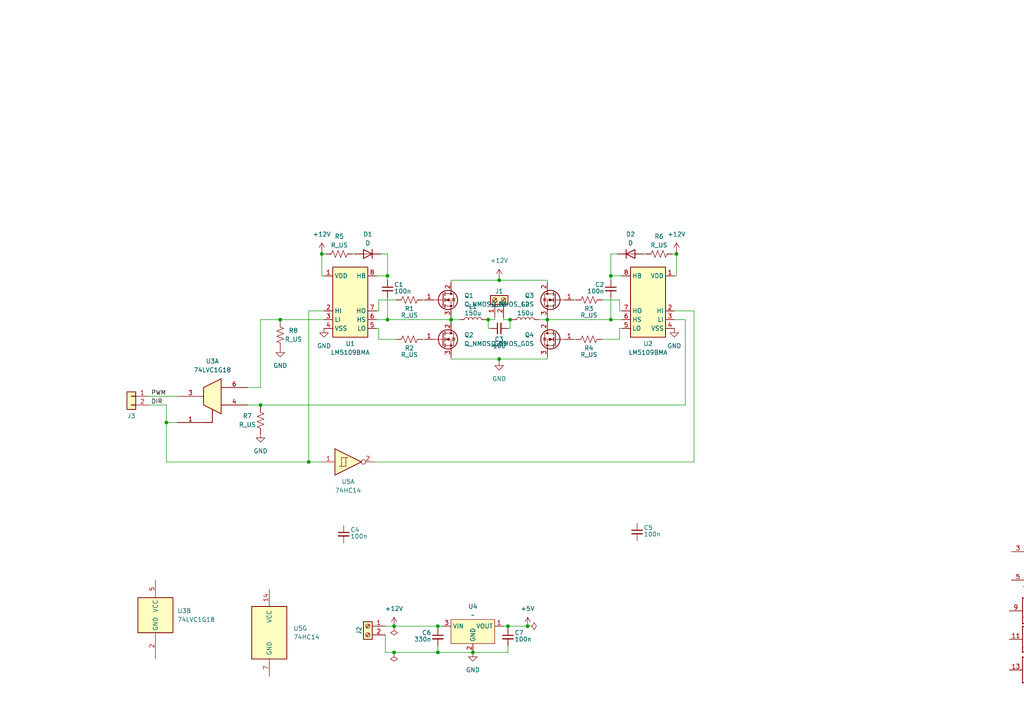
<source format=kicad_sch>
(kicad_sch (version 20231120) (generator "eeschema") (generator_version "8.0")
  (paper "A4")
  (lib_symbols
    (symbol "1_CUSTOM:UA78L05ACPK"
      (property "Reference" "U" (at 0 3.175 0))
      (symbol "UA78L05ACPK_1_1"
        (rectangle (start -6.35 1.905) (end 6.35 -5.08) (fill (type background)))
        (pin output line (at 8.89 0 180) (length 2.54) (name "VOUT") (number "1"))
        (pin input line (at 0 -7.62 90) (length 2.54) (name "GND") (number "2"))
        (pin input line (at -8.89 0 0) (length 2.54) (name "VIN") (number "3"))
      )
    )
    (symbol "74xGxx:74LVC1G18"
      (property "Reference" "U" (at 6.35 7.62 0))
      (property "Value" "74LVC1G18" (at 7.62 -7.62 0))
      (symbol "74LVC1G18_1_1"
        (polyline (pts (xy -2.54 -7.62) (xy 0 -7.62) (xy 0 -3.81)) (stroke (width 0.254)))
        (polyline (pts (xy -2.54 2.54) (xy -2.54 -2.54) (xy 2.54 -5.08) (xy 2.54 -1.27) (xy 2.54 0) (xy 2.54 1.27) (xy 2.54 5.08) (xy -2.54 2.54)) (stroke (width 0.254)) (fill (type background)))
        (pin input line (at -10.16 -7.62 0) (length 7.62) (name "~") (number "1"))
        (pin input line (at -10.16 0 0) (length 7.62) (name "~") (number "3"))
        (pin tri_state line (at 10.16 -2.54 180) (length 7.62) (name "~") (number "4"))
        (pin tri_state line (at 10.16 2.54 180) (length 7.62) (name "~") (number "6"))
      )
      (symbol "74LVC1G18_2_1"
        (rectangle (start -5.08 5.08) (end 5.08 -5.08) (stroke (width 0.254)) (fill (type background)))
        (pin power_in line (at 0 -12.7 90) (length 7.62) (name "GND") (number "2"))
        (pin power_in line (at 0 10.16 270) (length 5.08) (name "VCC") (number "5"))
      )
    )
    (symbol "74xx:74HC14" (pin_names (offset 1.016))
      (property "Reference" "U" (at 0 1.27 0))
      (property "Value" "74HC14" (at 0 -1.27 0))
      (symbol "74HC14_1_0"
        (polyline (pts (xy -3.81 3.81) (xy -3.81 -3.81) (xy 3.81 0) (xy -3.81 3.81)) (stroke (width 0.254)) (fill (type background)))
        (pin input line (at -7.62 0 0) (length 3.81) (name "~") (number "1"))
        (pin output inverted (at 7.62 0 180) (length 3.81) (name "~") (number "2"))
      )
      (symbol "74HC14_1_1"
        (polyline (pts (xy -1.905 -1.27) (xy -1.905 1.27) (xy -0.635 1.27)))
        (polyline (pts (xy -2.54 -1.27) (xy -0.635 -1.27) (xy -0.635 1.27) (xy 0 1.27)))
      )
      (symbol "74HC14_2_0"
        (polyline (pts (xy -3.81 3.81) (xy -3.81 -3.81) (xy 3.81 0) (xy -3.81 3.81)) (stroke (width 0.254)) (fill (type background)))
        (pin input line (at -7.62 0 0) (length 3.81) (name "~") (number "3"))
        (pin output inverted (at 7.62 0 180) (length 3.81) (name "~") (number "4"))
      )
      (symbol "74HC14_2_1"
        (polyline (pts (xy -1.905 -1.27) (xy -1.905 1.27) (xy -0.635 1.27)))
        (polyline (pts (xy -2.54 -1.27) (xy -0.635 -1.27) (xy -0.635 1.27) (xy 0 1.27)))
      )
      (symbol "74HC14_3_0"
        (polyline (pts (xy -3.81 3.81) (xy -3.81 -3.81) (xy 3.81 0) (xy -3.81 3.81)) (stroke (width 0.254)) (fill (type background)))
        (pin input line (at -7.62 0 0) (length 3.81) (name "~") (number "5"))
        (pin output inverted (at 7.62 0 180) (length 3.81) (name "~") (number "6"))
      )
      (symbol "74HC14_3_1"
        (polyline (pts (xy -1.905 -1.27) (xy -1.905 1.27) (xy -0.635 1.27)))
        (polyline (pts (xy -2.54 -1.27) (xy -0.635 -1.27) (xy -0.635 1.27) (xy 0 1.27)))
      )
      (symbol "74HC14_4_0"
        (polyline (pts (xy -3.81 3.81) (xy -3.81 -3.81) (xy 3.81 0) (xy -3.81 3.81)) (stroke (width 0.254)) (fill (type background)))
        (pin output inverted (at 7.62 0 180) (length 3.81) (name "~") (number "8"))
        (pin input line (at -7.62 0 0) (length 3.81) (name "~") (number "9"))
      )
      (symbol "74HC14_4_1"
        (polyline (pts (xy -1.905 -1.27) (xy -1.905 1.27) (xy -0.635 1.27)))
        (polyline (pts (xy -2.54 -1.27) (xy -0.635 -1.27) (xy -0.635 1.27) (xy 0 1.27)))
      )
      (symbol "74HC14_5_0"
        (polyline (pts (xy -3.81 3.81) (xy -3.81 -3.81) (xy 3.81 0) (xy -3.81 3.81)) (stroke (width 0.254)) (fill (type background)))
        (pin output inverted (at 7.62 0 180) (length 3.81) (name "~") (number "10"))
        (pin input line (at -7.62 0 0) (length 3.81) (name "~") (number "11"))
      )
      (symbol "74HC14_5_1"
        (polyline (pts (xy -1.905 -1.27) (xy -1.905 1.27) (xy -0.635 1.27)))
        (polyline (pts (xy -2.54 -1.27) (xy -0.635 -1.27) (xy -0.635 1.27) (xy 0 1.27)))
      )
      (symbol "74HC14_6_0"
        (polyline (pts (xy -3.81 3.81) (xy -3.81 -3.81) (xy 3.81 0) (xy -3.81 3.81)) (stroke (width 0.254)) (fill (type background)))
        (pin output inverted (at 7.62 0 180) (length 3.81) (name "~") (number "12"))
        (pin input line (at -7.62 0 0) (length 3.81) (name "~") (number "13"))
      )
      (symbol "74HC14_6_1"
        (polyline (pts (xy -1.905 -1.27) (xy -1.905 1.27) (xy -0.635 1.27)))
        (polyline (pts (xy -2.54 -1.27) (xy -0.635 -1.27) (xy -0.635 1.27) (xy 0 1.27)))
      )
      (symbol "74HC14_7_0"
        (pin power_in line (at 0 12.7 270) (length 5.08) (name "VCC") (number "14"))
        (pin power_in line (at 0 -12.7 90) (length 5.08) (name "GND") (number "7"))
      )
      (symbol "74HC14_7_1"
        (rectangle (start -5.08 7.62) (end 5.08 -7.62) (stroke (width 0.254)) (fill (type background)))
      )
    )
    (symbol "Connector:Screw_Terminal_01x02" (pin_names (offset 1.016) hide)
      (property "Reference" "J" (at 0 2.54 0))
      (property "Value" "Screw_Terminal_01x02" (at 0 -5.08 0))
      (symbol "Screw_Terminal_01x02_1_1"
        (rectangle (start -1.27 1.27) (end 1.27 -3.81) (stroke (width 0.254)) (fill (type background)))
        (circle (center 0 -2.54) (radius 0.635) (stroke (width 0.1524)))
        (polyline (pts (xy -0.5334 -2.2098) (xy 0.3302 -3.048)) (stroke (width 0.1524)))
        (polyline (pts (xy -0.5334 0.3302) (xy 0.3302 -0.508)) (stroke (width 0.1524)))
        (polyline (pts (xy -0.3556 -2.032) (xy 0.508 -2.8702)) (stroke (width 0.1524)))
        (polyline (pts (xy -0.3556 0.508) (xy 0.508 -0.3302)) (stroke (width 0.1524)))
        (circle (center 0 0) (radius 0.635) (stroke (width 0.1524)))
        (pin passive line (at -5.08 0 0) (length 3.81) (name "Pin_1") (number "1"))
        (pin passive line (at -5.08 -2.54 0) (length 3.81) (name "Pin_2") (number "2"))
      )
    )
    (symbol "Connector_Generic:Conn_01x02" (pin_names (offset 1.016) hide)
      (property "Reference" "J" (at 0 2.54 0))
      (property "Value" "Conn_01x02" (at 0 -5.08 0))
      (symbol "Conn_01x02_1_1"
        (rectangle (start -1.27 -2.413) (end 0 -2.667) (stroke (width 0.1524)))
        (rectangle (start -1.27 0.127) (end 0 -0.127) (stroke (width 0.1524)))
        (rectangle (start -1.27 1.27) (end 1.27 -3.81) (stroke (width 0.254)) (fill (type background)))
        (pin passive line (at -5.08 0 0) (length 3.81) (name "Pin_1") (number "1"))
        (pin passive line (at -5.08 -2.54 0) (length 3.81) (name "Pin_2") (number "2"))
      )
    )
    (symbol "Device:C_Small" (pin_numbers hide) (pin_names (offset 0.254) hide)
      (property "Reference" "C" (at 0.254 1.778 0))
      (property "Value" "C_Small" (at 0.254 -2.032 0))
      (symbol "C_Small_0_1"
        (polyline (pts (xy -1.524 -0.508) (xy 1.524 -0.508)) (stroke (width 0.3302)))
        (polyline (pts (xy -1.524 0.508) (xy 1.524 0.508)) (stroke (width 0.3048)))
      )
      (symbol "C_Small_1_1"
        (pin passive line (at 0 2.54 270) (length 2.032) (name "~") (number "1"))
        (pin passive line (at 0 -2.54 90) (length 2.032) (name "~") (number "2"))
      )
    )
    (symbol "Device:D" (pin_numbers hide) (pin_names (offset 1.016) hide)
      (property "Reference" "D" (at 0 2.54 0))
      (property "Value" "D" (at 0 -2.54 0))
      (symbol "D_0_1"
        (polyline (pts (xy -1.27 1.27) (xy -1.27 -1.27)) (stroke (width 0.254)))
        (polyline (pts (xy 1.27 0) (xy -1.27 0)))
        (polyline (pts (xy 1.27 1.27) (xy 1.27 -1.27) (xy -1.27 0) (xy 1.27 1.27)) (stroke (width 0.254)))
      )
      (symbol "D_1_1"
        (pin passive line (at -3.81 0 0) (length 2.54) (name "K") (number "1"))
        (pin passive line (at 3.81 0 180) (length 2.54) (name "A") (number "2"))
      )
    )
    (symbol "Device:L" (pin_numbers hide) (pin_names (offset 1.016) hide)
      (property "Reference" "L" (at -1.27 0 90))
      (property "Value" "L" (at 1.905 0 90))
      (symbol "L_0_1"
        (arc (start 0 -2.54) (mid 0.6323 -1.905) (end 0 -1.27))
        (arc (start 0 -1.27) (mid 0.6323 -0.635) (end 0 0))
        (arc (start 0 0) (mid 0.6323 0.635) (end 0 1.27))
        (arc (start 0 1.27) (mid 0.6323 1.905) (end 0 2.54))
      )
      (symbol "L_1_1"
        (pin passive line (at 0 3.81 270) (length 1.27) (name "1") (number "1"))
        (pin passive line (at 0 -3.81 90) (length 1.27) (name "2") (number "2"))
      )
    )
    (symbol "Device:Q_NMOS_GDS" (pin_names (offset 0) hide)
      (property "Reference" "Q" (at 5.08 1.27 0))
      (property "Value" "Q_NMOS_GDS" (at 5.08 -1.27 0))
      (symbol "Q_NMOS_GDS_0_1"
        (polyline (pts (xy 0.254 0) (xy -2.54 0)))
        (polyline (pts (xy 0.254 1.905) (xy 0.254 -1.905)) (stroke (width 0.254)))
        (polyline (pts (xy 0.762 -1.27) (xy 0.762 -2.286)) (stroke (width 0.254)))
        (polyline (pts (xy 0.762 0.508) (xy 0.762 -0.508)) (stroke (width 0.254)))
        (polyline (pts (xy 0.762 2.286) (xy 0.762 1.27)) (stroke (width 0.254)))
        (polyline (pts (xy 2.54 2.54) (xy 2.54 1.778)))
        (polyline (pts (xy 2.54 -2.54) (xy 2.54 0) (xy 0.762 0)))
        (polyline (pts (xy 0.762 -1.778) (xy 3.302 -1.778) (xy 3.302 1.778) (xy 0.762 1.778)))
        (polyline (pts (xy 1.016 0) (xy 2.032 0.381) (xy 2.032 -0.381) (xy 1.016 0)) (fill (type outline)))
        (polyline (pts (xy 2.794 0.508) (xy 2.921 0.381) (xy 3.683 0.381) (xy 3.81 0.254)))
        (polyline (pts (xy 3.302 0.381) (xy 2.921 -0.254) (xy 3.683 -0.254) (xy 3.302 0.381)))
        (circle (center 1.651 0) (radius 2.794) (stroke (width 0.254)))
        (circle (center 2.54 -1.778) (radius 0.254) (fill (type outline)))
        (circle (center 2.54 1.778) (radius 0.254) (fill (type outline)))
      )
      (symbol "Q_NMOS_GDS_1_1"
        (pin input line (at -5.08 0 0) (length 2.54) (name "G") (number "1"))
        (pin passive line (at 2.54 5.08 270) (length 2.54) (name "D") (number "2"))
        (pin passive line (at 2.54 -5.08 90) (length 2.54) (name "S") (number "3"))
      )
    )
    (symbol "Device:R_US" (pin_numbers hide) (pin_names (offset 0))
      (property "Reference" "R" (at 2.54 0 90))
      (property "Value" "R_US" (at -2.54 0 90))
      (symbol "R_US_0_1"
        (polyline (pts (xy 0 -2.286) (xy 0 -2.54)))
        (polyline (pts (xy 0 2.286) (xy 0 2.54)))
        (polyline (pts (xy 0 -0.762) (xy 1.016 -1.143) (xy 0 -1.524) (xy -1.016 -1.905) (xy 0 -2.286)))
        (polyline (pts (xy 0 0.762) (xy 1.016 0.381) (xy 0 0) (xy -1.016 -0.381) (xy 0 -0.762)))
        (polyline (pts (xy 0 2.286) (xy 1.016 1.905) (xy 0 1.524) (xy -1.016 1.143) (xy 0 0.762)))
      )
      (symbol "R_US_1_1"
        (pin passive line (at 0 3.81 270) (length 1.27) (name "~") (number "1"))
        (pin passive line (at 0 -3.81 90) (length 1.27) (name "~") (number "2"))
      )
    )
    (symbol "Driver_FET:LM5109BMA"
      (property "Reference" "U" (at 0 13.97 0))
      (property "Value" "LM5109BMA" (at 0 11.43 0))
      (symbol "LM5109BMA_0_1"
        (rectangle (start -5.08 -10.16) (end 5.08 10.16) (stroke (width 0.254)) (fill (type background)))
      )
      (symbol "LM5109BMA_1_1"
        (pin power_in line (at -7.62 7.62 0) (length 2.54) (name "VDD") (number "1"))
        (pin input line (at -7.62 -2.54 0) (length 2.54) (name "HI") (number "2"))
        (pin input line (at -7.62 -5.08 0) (length 2.54) (name "LI") (number "3"))
        (pin power_in line (at -7.62 -7.62 0) (length 2.54) (name "VSS") (number "4"))
        (pin output line (at 7.62 -7.62 180) (length 2.54) (name "LO") (number "5"))
        (pin passive line (at 7.62 -5.08 180) (length 2.54) (name "HS") (number "6"))
        (pin output line (at 7.62 -2.54 180) (length 2.54) (name "HO") (number "7"))
        (pin passive line (at 7.62 7.62 180) (length 2.54) (name "HB") (number "8"))
      )
    )
    (symbol "power:+12V" (power) (pin_numbers hide) (pin_names (offset 0) hide)
      (property "Value" "+12V" (at 0 3.556 0))
      (symbol "+12V_0_1"
        (polyline (pts (xy -0.762 1.27) (xy 0 2.54)))
        (polyline (pts (xy 0 0) (xy 0 2.54)))
        (polyline (pts (xy 0 2.54) (xy 0.762 1.27)))
      )
      (symbol "+12V_1_1"
        (pin power_in line (at 0 0 90) (length 0) (name "~") (number "1"))
      )
    )
    (symbol "power:+5V" (power) (pin_numbers hide) (pin_names (offset 0) hide)
      (property "Value" "+5V" (at 0 3.556 0))
      (symbol "+5V_0_1"
        (polyline (pts (xy -0.762 1.27) (xy 0 2.54)))
        (polyline (pts (xy 0 0) (xy 0 2.54)))
        (polyline (pts (xy 0 2.54) (xy 0.762 1.27)))
      )
      (symbol "+5V_1_1"
        (pin power_in line (at 0 0 90) (length 0) (name "~") (number "1"))
      )
    )
    (symbol "power:GND" (power) (pin_numbers hide) (pin_names (offset 0) hide)
      (property "Value" "GND" (at 0 -3.81 0))
      (symbol "GND_0_1"
        (polyline (pts (xy 0 0) (xy 0 -1.27) (xy 1.27 -1.27) (xy 0 -2.54) (xy -1.27 -1.27) (xy 0 -1.27)))
      )
      (symbol "GND_1_1"
        (pin power_in line (at 0 0 270) (length 0) (name "~") (number "1"))
      )
    )
    (symbol "power:PWR_FLAG" (power) (pin_numbers hide) (pin_names (offset 0) hide)
      (property "Value" "PWR_FLAG" (at 0 3.81 0))
      (symbol "PWR_FLAG_0_0"
        (pin power_out line (at 0 0 90) (length 0) (name "~") (number "1"))
      )
      (symbol "PWR_FLAG_0_1"
        (polyline (pts (xy 0 0) (xy 0 1.27) (xy -1.016 1.905) (xy 0 2.54) (xy 1.016 1.905) (xy 0 1.27)))
      )
    )
  )
  (junction (at 114.3 189.23))
  (junction (at 137.16 189.23))
  (junction (at 144.78 81.28))
  (junction (at 127 189.23))
  (junction (at 158.75 92.71))
  (junction (at 75.565 117.475))
  (junction (at 196.215 73.66))
  (junction (at 89.535 133.985))
  (junction (at 147.955 92.71))
  (junction (at 153.035 181.61))
  (junction (at 141.605 92.71))
  (junction (at 93.345 73.66))
  (junction (at 127 181.61))
  (junction (at 177.165 80.01))
  (junction (at 177.165 92.71))
  (junction (at 112.395 92.71))
  (junction (at 81.28 92.71))
  (junction (at 114.3 181.61))
  (junction (at 144.78 104.14))
  (junction (at 130.81 92.71))
  (junction (at 48.26 122.555))
  (junction (at 112.395 80.01))
  (junction (at 147.32 181.61))
  (wire (pts (xy 147.955 95.25) (xy 147.32 95.25)))
  (wire (pts (xy 147.32 181.61) (xy 153.035 181.61)))
  (wire (pts (xy 179.07 73.66) (xy 177.165 73.66)))
  (wire (pts (xy 156.21 92.71) (xy 158.75 92.71)))
  (wire (pts (xy 177.165 81.28) (xy 177.165 80.01)))
  (wire (pts (xy 146.05 92.71) (xy 146.05 92.075)))
  (wire (pts (xy 144.78 104.14) (xy 158.75 104.14)))
  (wire (pts (xy 71.755 112.395) (xy 75.565 112.395)))
  (wire (pts (xy 166.37 98.425) (xy 167.005 98.425)))
  (wire (pts (xy 180.34 90.17) (xy 179.705 90.17)))
  (wire (pts (xy 127 181.61) (xy 127 182.245)))
  (wire (pts (xy 127 189.23) (xy 137.16 189.23)))
  (wire (pts (xy 201.295 133.985) (xy 201.295 90.17)))
  (wire (pts (xy 109.22 90.17) (xy 109.855 90.17)))
  (wire (pts (xy 137.16 189.23) (xy 147.32 189.23)))
  (wire (pts (xy 112.395 81.28) (xy 112.395 80.01)))
  (wire (pts (xy 102.235 73.66) (xy 102.87 73.66)))
  (wire (pts (xy 111.76 181.61) (xy 114.3 181.61)))
  (wire (pts (xy 141.605 95.25) (xy 142.24 95.25)))
  (wire (pts (xy 122.555 98.425) (xy 123.19 98.425)))
  (wire (pts (xy 194.945 73.66) (xy 196.215 73.66)))
  (wire (pts (xy 75.565 112.395) (xy 75.565 92.71)))
  (wire (pts (xy 187.325 73.66) (xy 186.69 73.66)))
  (wire (pts (xy 48.26 133.985) (xy 89.535 133.985)))
  (wire (pts (xy 147.32 181.61) (xy 146.05 181.61)))
  (wire (pts (xy 93.345 80.01) (xy 93.98 80.01)))
  (wire (pts (xy 93.345 73.66) (xy 93.345 80.01)))
  (wire (pts (xy 166.37 86.995) (xy 167.005 86.995)))
  (wire (pts (xy 109.22 92.71) (xy 112.395 92.71)))
  (wire (pts (xy 112.395 73.66) (xy 112.395 80.01)))
  (wire (pts (xy 112.395 92.71) (xy 130.81 92.71)))
  (wire (pts (xy 75.565 118.11) (xy 75.565 117.475)))
  (wire (pts (xy 89.535 90.17) (xy 93.98 90.17)))
  (wire (pts (xy 48.26 122.555) (xy 48.26 133.985)))
  (wire (pts (xy 130.81 92.71) (xy 133.35 92.71)))
  (wire (pts (xy 196.215 80.01) (xy 195.58 80.01)))
  (wire (pts (xy 71.755 117.475) (xy 75.565 117.475)))
  (wire (pts (xy 147.32 189.23) (xy 147.32 187.325)))
  (wire (pts (xy 174.625 98.425) (xy 179.705 98.425)))
  (wire (pts (xy 147.32 181.61) (xy 147.32 182.245)))
  (wire (pts (xy 158.75 81.28) (xy 158.75 81.915)))
  (wire (pts (xy 158.75 92.075) (xy 158.75 92.71)))
  (wire (pts (xy 158.75 104.14) (xy 158.75 103.505)))
  (wire (pts (xy 127 187.325) (xy 127 189.23)))
  (wire (pts (xy 179.705 95.25) (xy 179.705 98.425)))
  (wire (pts (xy 196.215 73.66) (xy 196.215 80.01)))
  (wire (pts (xy 111.76 184.15) (xy 111.76 189.23)))
  (wire (pts (xy 195.58 90.17) (xy 201.295 90.17)))
  (wire (pts (xy 130.81 92.075) (xy 130.81 92.71)))
  (wire (pts (xy 93.345 73.025) (xy 93.345 73.66)))
  (wire (pts (xy 75.565 117.475) (xy 198.755 117.475)))
  (wire (pts (xy 144.78 104.14) (xy 144.78 104.775)))
  (wire (pts (xy 127 181.61) (xy 128.27 181.61)))
  (wire (pts (xy 130.81 92.71) (xy 130.81 93.345)))
  (wire (pts (xy 48.26 117.475) (xy 48.26 122.555)))
  (wire (pts (xy 114.3 181.61) (xy 127 181.61)))
  (wire (pts (xy 177.165 80.01) (xy 180.34 80.01)))
  (wire (pts (xy 148.59 92.71) (xy 147.955 92.71)))
  (wire (pts (xy 177.165 86.36) (xy 177.165 92.71)))
  (wire (pts (xy 141.605 92.71) (xy 143.51 92.71)))
  (wire (pts (xy 109.855 90.17) (xy 109.855 86.995)))
  (wire (pts (xy 198.755 92.71) (xy 195.58 92.71)))
  (wire (pts (xy 75.565 92.71) (xy 81.28 92.71)))
  (wire (pts (xy 112.395 86.36) (xy 112.395 92.71)))
  (wire (pts (xy 110.49 73.66) (xy 112.395 73.66)))
  (wire (pts (xy 114.3 189.23) (xy 127 189.23)))
  (wire (pts (xy 141.605 92.71) (xy 141.605 95.25)))
  (wire (pts (xy 81.28 93.345) (xy 81.28 92.71)))
  (wire (pts (xy 179.705 90.17) (xy 179.705 86.995)))
  (wire (pts (xy 109.855 95.25) (xy 109.855 98.425)))
  (wire (pts (xy 130.81 103.505) (xy 130.81 104.14)))
  (wire (pts (xy 147.955 92.71) (xy 147.955 95.25)))
  (wire (pts (xy 177.165 92.71) (xy 180.34 92.71)))
  (wire (pts (xy 144.78 81.28) (xy 158.75 81.28)))
  (wire (pts (xy 140.97 92.71) (xy 141.605 92.71)))
  (wire (pts (xy 130.81 81.915) (xy 130.81 81.28)))
  (wire (pts (xy 43.18 117.475) (xy 48.26 117.475)))
  (wire (pts (xy 196.215 73.025) (xy 196.215 73.66)))
  (wire (pts (xy 48.26 122.555) (xy 51.435 122.555)))
  (wire (pts (xy 109.855 86.995) (xy 114.935 86.995)))
  (wire (pts (xy 198.755 117.475) (xy 198.755 92.71)))
  (wire (pts (xy 43.18 114.935) (xy 51.435 114.935)))
  (wire (pts (xy 146.05 92.71) (xy 147.955 92.71)))
  (wire (pts (xy 109.855 98.425) (xy 114.935 98.425)))
  (wire (pts (xy 122.555 86.995) (xy 123.19 86.995)))
  (wire (pts (xy 89.535 133.985) (xy 93.345 133.985)))
  (wire (pts (xy 130.81 104.14) (xy 144.78 104.14)))
  (wire (pts (xy 81.28 92.71) (xy 93.98 92.71)))
  (wire (pts (xy 108.585 133.985) (xy 201.295 133.985)))
  (wire (pts (xy 143.51 92.71) (xy 143.51 92.075)))
  (wire (pts (xy 109.22 95.25) (xy 109.855 95.25)))
  (wire (pts (xy 158.75 92.71) (xy 177.165 92.71)))
  (wire (pts (xy 94.615 73.66) (xy 93.345 73.66)))
  (wire (pts (xy 158.75 92.71) (xy 158.75 93.345)))
  (wire (pts (xy 180.34 95.25) (xy 179.705 95.25)))
  (wire (pts (xy 179.705 86.995) (xy 174.625 86.995)))
  (wire (pts (xy 130.81 81.28) (xy 144.78 81.28)))
  (wire (pts (xy 144.78 80.645) (xy 144.78 81.28)))
  (wire (pts (xy 89.535 133.985) (xy 89.535 90.17)))
  (wire (pts (xy 112.395 80.01) (xy 109.22 80.01)))
  (wire (pts (xy 111.76 189.23) (xy 114.3 189.23)))
  (wire (pts (xy 177.165 73.66) (xy 177.165 80.01)))
  (label "PWM" (at 43.815 114.935 0))
  (label "DIR" (at 43.815 117.475 0))
  (symbol (lib_id "Device:Q_NMOS_GDS") (at 161.29 98.425 0) (mirror y) (unit 1)
    (property "Reference" "Q4" (at 154.94 97.1549 0) (effects (justify left)))
    (property "Value" "Q_NMOS_GDS" (at 154.94 99.6949 0) (effects (justify left)))
    (property "Footprint" "Package_TO_SOT_SMD:TO-252-2" (effects (hide yes)))
    (property "Description" "N-MOSFET transistor, gate/drain/source" (effects (hide yes)))
  )
  (symbol (lib_id "74xx:74HC14") (at 300.355 177.165 0) (unit 4)
    (property "Reference" "U5" (at 300.355 168.275 0))
    (property "Value" "74HC14" (at 300.355 170.815 0))
    (property "Datasheet" "http://www.ti.com/lit/gpn/sn74HC14" (effects (hide yes)))
    (property "Description" "Hex inverter schmitt trigger" (effects (hide yes)))
  )
  (symbol (lib_id "74xGxx:74LVC1G18") (at 61.595 114.935 0) (unit 1)
    (property "Reference" "U3" (at 61.595 104.775 0))
    (property "Value" "74LVC1G18" (at 61.595 107.315 0))
    (property "Footprint" "Package_TO_SOT_SMD:SOT-23-6" (effects (hide yes)))
    (property "Datasheet" "http://www.ti.com/lit/sg/scyt129e/scyt129e.pdf" (effects (hide yes)))
    (property "Description" "Single Demultiplexer, Low-Voltage CMOS" (effects (hide yes)))
  )
  (symbol (lib_id "74xx:74HC14") (at 300.355 194.31 0) (unit 6)
    (property "Reference" "U5" (at 300.355 186.055 0))
    (property "Value" "74HC14" (at 300.355 188.595 0))
    (property "Datasheet" "http://www.ti.com/lit/gpn/sn74HC14" (effects (hide yes)))
    (property "Description" "Hex inverter schmitt trigger" (effects (hide yes)))
  )
  (symbol (lib_id "Device:R_US") (at 170.815 98.425 90) (unit 1)
    (property "Reference" "R4" (at 170.815 100.965 90))
    (property "Value" "R_US" (at 170.815 102.87 90))
    (property "Footprint" "Resistor_SMD:R_0805_2012Metric" (effects (hide yes)))
    (property "Description" "Resistor, US symbol" (effects (hide yes)))
  )
  (symbol (lib_id "power:PWR_FLAG") (at 114.3 189.23 180) (unit 1)
    (property "Reference" "#FLG03" (effects (hide yes)))
    (property "Value" "PWR_FLAG" (effects (hide yes)))
    (property "Description" "Special symbol for telling ERC where power comes from" (effects (hide yes)))
  )
  (symbol (lib_id "power:+5V") (at 153.035 181.61 0) (unit 1)
    (property "Reference" "#PWR010" (effects (hide yes)))
    (property "Value" "+5V" (at 153.035 176.53 0))
    (property "Description" "Power symbol creates a global label with name \"+5V\"" (effects (hide yes)))
  )
  (symbol (lib_id "Device:C_Small") (at 147.32 184.785 0) (unit 1)
    (property "Reference" "C7" (at 149.225 183.515 0) (effects (justify left)))
    (property "Value" "100n" (at 149.225 185.4138 0) (effects (justify left)))
    (property "Footprint" "Capacitor_SMD:C_0805_2012Metric" (effects (hide yes)))
    (property "Description" "Unpolarized capacitor, small symbol" (effects (hide yes)))
  )
  (symbol (lib_id "Driver_FET:LM5109BMA") (at 101.6 87.63 0) (unit 1)
    (property "Reference" "U1" (at 101.6 99.695 0))
    (property "Value" "LM5109BMA" (at 101.6 102.235 0))
    (property "Footprint" "Package_SO:SOIC-8_3.9x4.9mm_P1.27mm" (effects (hide yes)))
    (property "Datasheet" "http://www.ti.com/lit/ds/symlink/lm5109b.pdf" (effects (hide yes)))
    (property "Description" "Half-Bridge Gate Driver, Output Current 1.0A, 100V, SOIC-8" (effects (hide yes)))
  )
  (symbol (lib_id "Driver_FET:LM5109BMA") (at 187.96 87.63 0) (mirror y) (unit 1)
    (property "Reference" "U2" (at 187.96 99.695 0))
    (property "Value" "LM5109BMA" (at 187.96 102.235 0))
    (property "Footprint" "Package_SO:SOIC-8_3.9x4.9mm_P1.27mm" (effects (hide yes)))
    (property "Datasheet" "http://www.ti.com/lit/ds/symlink/lm5109b.pdf" (effects (hide yes)))
    (property "Description" "Half-Bridge Gate Driver, Output Current 1.0A, 100V, SOIC-8" (effects (hide yes)))
  )
  (symbol (lib_id "power:GND") (at 75.565 125.73 0) (unit 1)
    (property "Reference" "#PWR02" (effects (hide yes)))
    (property "Value" "GND" (at 75.565 130.81 0))
    (property "Description" "Power symbol creates a global label with name \"GND\" , ground" (effects (hide yes)))
  )
  (symbol (lib_id "74xx:74HC14") (at 78.105 183.515 0) (unit 7)
    (property "Reference" "U5" (at 85.09 182.2449 0) (effects (justify left)))
    (property "Value" "74HC14" (at 85.09 184.7849 0) (effects (justify left)))
    (property "Datasheet" "http://www.ti.com/lit/gpn/sn74HC14" (effects (hide yes)))
    (property "Description" "Hex inverter schmitt trigger" (effects (hide yes)))
  )
  (symbol (lib_id "Device:R_US") (at 191.135 73.66 90) (unit 1)
    (property "Reference" "R6" (at 191.135 68.58 90))
    (property "Value" "R_US" (at 191.135 71.12 90))
    (property "Footprint" "Resistor_SMD:R_0805_2012Metric" (effects (hide yes)))
    (property "Description" "Resistor, US symbol" (effects (hide yes)))
  )
  (symbol (lib_id "power:PWR_FLAG") (at 114.3 181.61 180) (unit 1)
    (property "Reference" "#FLG01" (effects (hide yes)))
    (property "Value" "PWR_FLAG" (effects (hide yes)))
    (property "Description" "Special symbol for telling ERC where power comes from" (effects (hide yes)))
  )
  (symbol (lib_id "power:GND") (at 93.98 95.25 0) (unit 1)
    (property "Reference" "#PWR05" (effects (hide yes)))
    (property "Value" "GND" (at 93.98 100.33 0))
    (property "Description" "Power symbol creates a global label with name \"GND\" , ground" (effects (hide yes)))
  )
  (symbol (lib_id "power:+12V") (at 114.3 181.61 0) (unit 1)
    (property "Reference" "#PWR08" (effects (hide yes)))
    (property "Value" "+12V" (at 114.3 176.53 0))
    (property "Description" "Power symbol creates a global label with name \"+12V\"" (effects (hide yes)))
  )
  (symbol (lib_id "power:GND") (at 144.78 104.775 0) (unit 1)
    (property "Reference" "#PWR01" (effects (hide yes)))
    (property "Value" "GND" (at 144.78 109.855 0))
    (property "Description" "Power symbol creates a global label with name \"GND\" , ground" (effects (hide yes)))
  )
  (symbol (lib_id "power:+12V") (at 144.78 80.645 0) (unit 1)
    (property "Reference" "#PWR07" (effects (hide yes)))
    (property "Value" "+12V" (at 144.78 75.565 0))
    (property "Description" "Power symbol creates a global label with name \"+12V\"" (effects (hide yes)))
  )
  (symbol (lib_id "Device:R_US") (at 118.745 86.995 90) (unit 1)
    (property "Reference" "R1" (at 118.745 89.535 90))
    (property "Value" "R_US" (at 118.745 91.44 90))
    (property "Footprint" "Resistor_SMD:R_0805_2012Metric" (effects (hide yes)))
    (property "Description" "Resistor, US symbol" (effects (hide yes)))
  )
  (symbol (lib_id "Device:R_US") (at 98.425 73.66 90) (unit 1)
    (property "Reference" "R5" (at 98.425 68.58 90))
    (property "Value" "R_US" (at 98.425 71.12 90))
    (property "Footprint" "Resistor_SMD:R_0805_2012Metric" (effects (hide yes)))
    (property "Description" "Resistor, US symbol" (effects (hide yes)))
  )
  (symbol (lib_id "Device:C_Small") (at 184.785 154.305 0) (unit 1)
    (property "Reference" "C5" (at 186.69 153.035 0) (effects (justify left)))
    (property "Value" "100n" (at 186.69 154.9338 0) (effects (justify left)))
    (property "Footprint" "Capacitor_SMD:C_0805_2012Metric" (effects (hide yes)))
    (property "Description" "Unpolarized capacitor, small symbol" (effects (hide yes)))
  )
  (symbol (lib_id "1_CUSTOM:UA78L05ACPK") (at 137.16 181.61 0) (unit 1)
    (property "Reference" "U4" (at 137.16 175.895 0))
    (property "Value" "~" (at 137.16 178.435 0))
    (property "Footprint" "Package_TO_SOT_SMD:SOT-89-3" (effects (hide yes)))
  )
  (symbol (lib_id "74xx:74HC14") (at 300.99 168.275 0) (unit 3)
    (property "Reference" "U5" (at 300.99 159.385 0))
    (property "Value" "74HC14" (at 300.99 161.925 0))
    (property "Datasheet" "http://www.ti.com/lit/gpn/sn74HC14" (effects (hide yes)))
    (property "Description" "Hex inverter schmitt trigger" (effects (hide yes)))
  )
  (symbol (lib_id "Device:Q_NMOS_GDS") (at 128.27 98.425 0) (unit 1)
    (property "Reference" "Q2" (at 134.62 97.1549 0) (effects (justify left)))
    (property "Value" "Q_NMOS_GDS" (at 134.62 99.6949 0) (effects (justify left)))
    (property "Footprint" "Package_TO_SOT_SMD:TO-252-2" (effects (hide yes)))
    (property "Description" "N-MOSFET transistor, gate/drain/source" (effects (hide yes)))
  )
  (symbol (lib_id "Connector:Screw_Terminal_01x02") (at 106.68 181.61 0) (mirror y) (unit 1)
    (property "Reference" "J2" (at 104.14 182.88 90))
    (property "Value" "Screw_Terminal_01x02" (effects (hide yes)))
    (property "Footprint" "TerminalBlock:TerminalBlock_bornier-2_P5.08mm" (effects (hide yes)))
    (property "Description" "Generic screw terminal, single row, 01x02, script generated (kicad-library-utils/schlib/autogen/connector/)" (effects (hide yes)))
  )
  (symbol (lib_id "74xGxx:74LVC1G18") (at 45.085 178.435 0) (unit 2)
    (property "Reference" "U3" (at 51.435 177.1649 0) (effects (justify left)))
    (property "Value" "74LVC1G18" (at 51.435 179.7049 0) (effects (justify left)))
    (property "Footprint" "Package_TO_SOT_SMD:SOT-23-6" (effects (hide yes)))
    (property "Datasheet" "http://www.ti.com/lit/sg/scyt129e/scyt129e.pdf" (effects (hide yes)))
    (property "Description" "Single Demultiplexer, Low-Voltage CMOS" (effects (hide yes)))
  )
  (symbol (lib_id "Device:C_Small") (at 99.695 154.94 0) (unit 1)
    (property "Reference" "C4" (at 101.6 153.67 0) (effects (justify left)))
    (property "Value" "100n" (at 101.6 155.5688 0) (effects (justify left)))
    (property "Footprint" "Capacitor_SMD:C_0805_2012Metric" (effects (hide yes)))
    (property "Description" "Unpolarized capacitor, small symbol" (effects (hide yes)))
  )
  (symbol (lib_id "Device:D") (at 182.88 73.66 0) (mirror x) (unit 1)
    (property "Reference" "D2" (at 182.88 67.945 0))
    (property "Value" "D" (at 182.88 70.485 0))
    (property "Footprint" "Diode_SMD:D_SOD-323" (effects (hide yes)))
    (property "Description" "Diode" (effects (hide yes)))
    (property "Sim.Device" "D" (effects (hide yes)))
    (property "Sim.Pins" "1=K 2=A" (effects (hide yes)))
  )
  (symbol (lib_id "74xx:74HC14") (at 100.965 133.985 0) (unit 1)
    (property "Reference" "U5" (at 100.965 139.7 0))
    (property "Value" "74HC14" (at 100.965 142.24 0))
    (property "Datasheet" "http://www.ti.com/lit/gpn/sn74HC14" (effects (hide yes)))
    (property "Description" "Hex inverter schmitt trigger" (effects (hide yes)))
  )
  (symbol (lib_id "Device:L") (at 137.16 92.71 90) (unit 1)
    (property "Reference" "L1" (at 137.16 88.9 90))
    (property "Value" "150u" (at 137.16 90.805 90))
    (property "Footprint" "Inductor_THT:L_Toroid_Vertical_L26.7mm_W14.0mm_P10.16mm_Pulse_D" (effects (hide yes)))
    (property "Description" "Inductor" (effects (hide yes)))
  )
  (symbol (lib_id "power:+12V") (at 93.345 73.025 0) (unit 1)
    (property "Reference" "#PWR012" (effects (hide yes)))
    (property "Value" "+12V" (at 93.345 67.945 0))
    (property "Description" "Power symbol creates a global label with name \"+12V\"" (effects (hide yes)))
  )
  (symbol (lib_id "74xx:74HC14") (at 300.99 160.02 0) (unit 2)
    (property "Reference" "U5" (at 300.99 151.765 0))
    (property "Value" "74HC14" (at 300.99 154.305 0))
    (property "Datasheet" "http://www.ti.com/lit/gpn/sn74HC14" (effects (hide yes)))
    (property "Description" "Hex inverter schmitt trigger" (effects (hide yes)))
  )
  (symbol (lib_id "Device:L") (at 152.4 92.71 90) (unit 1)
    (property "Reference" "L2" (at 152.4 88.265 90))
    (property "Value" "150u" (at 152.4 90.805 90))
    (property "Footprint" "Inductor_THT:L_Toroid_Vertical_L26.7mm_W14.0mm_P10.16mm_Pulse_D" (effects (hide yes)))
    (property "Description" "Inductor" (effects (hide yes)))
  )
  (symbol (lib_id "Device:D") (at 106.68 73.66 180) (unit 1)
    (property "Reference" "D1" (at 106.68 67.945 0))
    (property "Value" "D" (at 106.68 70.485 0))
    (property "Footprint" "Diode_SMD:D_SOD-323" (effects (hide yes)))
    (property "Description" "Diode" (effects (hide yes)))
    (property "Sim.Device" "D" (effects (hide yes)))
    (property "Sim.Pins" "1=K 2=A" (effects (hide yes)))
  )
  (symbol (lib_id "74xx:74HC14") (at 300.355 185.42 0) (unit 5)
    (property "Reference" "U5" (at 300.355 177.165 0))
    (property "Value" "74HC14" (at 300.355 179.705 0))
    (property "Datasheet" "http://www.ti.com/lit/gpn/sn74HC14" (effects (hide yes)))
    (property "Description" "Hex inverter schmitt trigger" (effects (hide yes)))
  )
  (symbol (lib_id "Device:C_Small") (at 144.78 95.25 90) (mirror x) (unit 1)
    (property "Reference" "C3" (at 144.78 98.425 90))
    (property "Value" "10u" (at 144.78 100.3238 90))
    (property "Footprint" "Capacitor_THT:C_Rect_L18.0mm_W9.0mm_P15.00mm_FKS3_FKP3" (effects (hide yes)))
    (property "Description" "Unpolarized capacitor, small symbol" (effects (hide yes)))
  )
  (symbol (lib_id "power:PWR_FLAG") (at 153.035 181.61 270) (unit 1)
    (property "Reference" "#FLG02" (effects (hide yes)))
    (property "Value" "PWR_FLAG" (effects (hide yes)))
    (property "Description" "Special symbol for telling ERC where power comes from" (effects (hide yes)))
  )
  (symbol (lib_id "Device:R_US") (at 118.745 98.425 90) (unit 1)
    (property "Reference" "R2" (at 118.745 100.965 90))
    (property "Value" "R_US" (at 118.745 102.87 90))
    (property "Footprint" "Resistor_SMD:R_0805_2012Metric" (effects (hide yes)))
    (property "Description" "Resistor, US symbol" (effects (hide yes)))
  )
  (symbol (lib_id "Device:C_Small") (at 177.165 83.82 0) (mirror y) (unit 1)
    (property "Reference" "C2" (at 175.26 82.55 0) (effects (justify left)))
    (property "Value" "100n" (at 175.26 84.4488 0) (effects (justify left)))
    (property "Footprint" "Capacitor_SMD:C_0805_2012Metric" (effects (hide yes)))
    (property "Description" "Unpolarized capacitor, small symbol" (effects (hide yes)))
  )
  (symbol (lib_id "Device:C_Small") (at 112.395 83.82 0) (unit 1)
    (property "Reference" "C1" (at 114.3 82.55 0) (effects (justify left)))
    (property "Value" "100n" (at 114.3 84.4488 0) (effects (justify left)))
    (property "Footprint" "Capacitor_SMD:C_0805_2012Metric" (effects (hide yes)))
    (property "Description" "Unpolarized capacitor, small symbol" (effects (hide yes)))
  )
  (symbol (lib_id "power:GND") (at 81.28 100.965 0) (unit 1)
    (property "Reference" "#PWR03" (effects (hide yes)))
    (property "Value" "GND" (at 81.28 106.045 0))
    (property "Description" "Power symbol creates a global label with name \"GND\" , ground" (effects (hide yes)))
  )
  (symbol (lib_id "Device:R_US") (at 170.815 86.995 90) (unit 1)
    (property "Reference" "R3" (at 170.815 89.535 90))
    (property "Value" "R_US" (at 170.815 91.44 90))
    (property "Footprint" "Resistor_SMD:R_0805_2012Metric" (effects (hide yes)))
    (property "Description" "Resistor, US symbol" (effects (hide yes)))
  )
  (symbol (lib_id "Device:C_Small") (at 127 184.785 0) (mirror y) (unit 1)
    (property "Reference" "C6" (at 125.095 183.515 0) (effects (justify left)))
    (property "Value" "330n" (at 125.095 185.4138 0) (effects (justify left)))
    (property "Footprint" "Capacitor_SMD:C_0805_2012Metric" (effects (hide yes)))
    (property "Description" "Unpolarized capacitor, small symbol" (effects (hide yes)))
  )
  (symbol (lib_id "Device:R_US") (at 81.28 97.155 180) (unit 1)
    (property "Reference" "R8" (at 85.09 95.885 0))
    (property "Value" "R_US" (at 85.09 98.425 0))
    (property "Footprint" "Resistor_SMD:R_0805_2012Metric" (effects (hide yes)))
    (property "Description" "Resistor, US symbol" (effects (hide yes)))
  )
  (symbol (lib_id "power:+12V") (at 196.215 73.025 0) (unit 1)
    (property "Reference" "#PWR011" (effects (hide yes)))
    (property "Value" "+12V" (at 196.215 67.945 0))
    (property "Description" "Power symbol creates a global label with name \"+12V\"" (effects (hide yes)))
  )
  (symbol (lib_id "Connector_Generic:Conn_01x02") (at 38.1 114.935 0) (mirror y) (unit 1)
    (property "Reference" "J3" (at 38.1 120.65 0))
    (property "Value" "Conn_01x02" (effects (hide yes)))
    (property "Footprint" "Connector_PinHeader_2.54mm:PinHeader_1x02_P2.54mm_Vertical" (effects (hide yes)))
    (property "Description" "Generic connector, single row, 01x02, script generated (kicad-library-utils/schlib/autogen/connector/)" (effects (hide yes)))
  )
  (symbol (lib_id "power:GND") (at 195.58 95.25 0) (unit 1)
    (property "Reference" "#PWR06" (effects (hide yes)))
    (property "Value" "GND" (at 195.58 100.33 0))
    (property "Description" "Power symbol creates a global label with name \"GND\" , ground" (effects (hide yes)))
  )
  (symbol (lib_id "Device:Q_NMOS_GDS") (at 128.27 86.995 0) (unit 1)
    (property "Reference" "Q1" (at 134.62 85.7249 0) (effects (justify left)))
    (property "Value" "Q_NMOS_GDS" (at 134.62 88.2649 0) (effects (justify left)))
    (property "Footprint" "Package_TO_SOT_SMD:TO-252-2" (effects (hide yes)))
    (property "Description" "N-MOSFET transistor, gate/drain/source" (effects (hide yes)))
  )
  (symbol (lib_id "Connector:Screw_Terminal_01x02") (at 143.51 86.995 90) (unit 1)
    (property "Reference" "J1" (at 144.78 84.455 90))
    (property "Value" "Screw_Terminal_01x02" (effects (hide yes)))
    (property "Footprint" "TerminalBlock:TerminalBlock_bornier-2_P5.08mm" (effects (hide yes)))
    (property "Description" "Generic screw terminal, single row, 01x02, script generated (kicad-library-utils/schlib/autogen/connector/)" (effects (hide yes)))
  )
  (symbol (lib_id "Device:R_US") (at 75.565 121.92 180) (unit 1)
    (property "Reference" "R7" (at 71.755 120.65 0))
    (property "Value" "R_US" (at 71.755 123.19 0))
    (property "Footprint" "Resistor_SMD:R_0805_2012Metric" (effects (hide yes)))
    (property "Description" "Resistor, US symbol" (effects (hide yes)))
  )
  (symbol (lib_id "Device:Q_NMOS_GDS") (at 161.29 86.995 0) (mirror y) (unit 1)
    (property "Reference" "Q3" (at 154.94 85.7249 0) (effects (justify left)))
    (property "Value" "Q_NMOS_GDS" (at 154.94 88.2649 0) (effects (justify left)))
    (property "Footprint" "Package_TO_SOT_SMD:TO-252-2" (effects (hide yes)))
    (property "Description" "N-MOSFET transistor, gate/drain/source" (effects (hide yes)))
  )
  (symbol (lib_id "power:GND") (at 137.16 189.23 0) (unit 1)
    (property "Reference" "#PWR09" (effects (hide yes)))
    (property "Value" "GND" (at 137.16 194.31 0))
    (property "Description" "Power symbol creates a global label with name \"GND\" , ground" (effects (hide yes)))
  )
)
</source>
